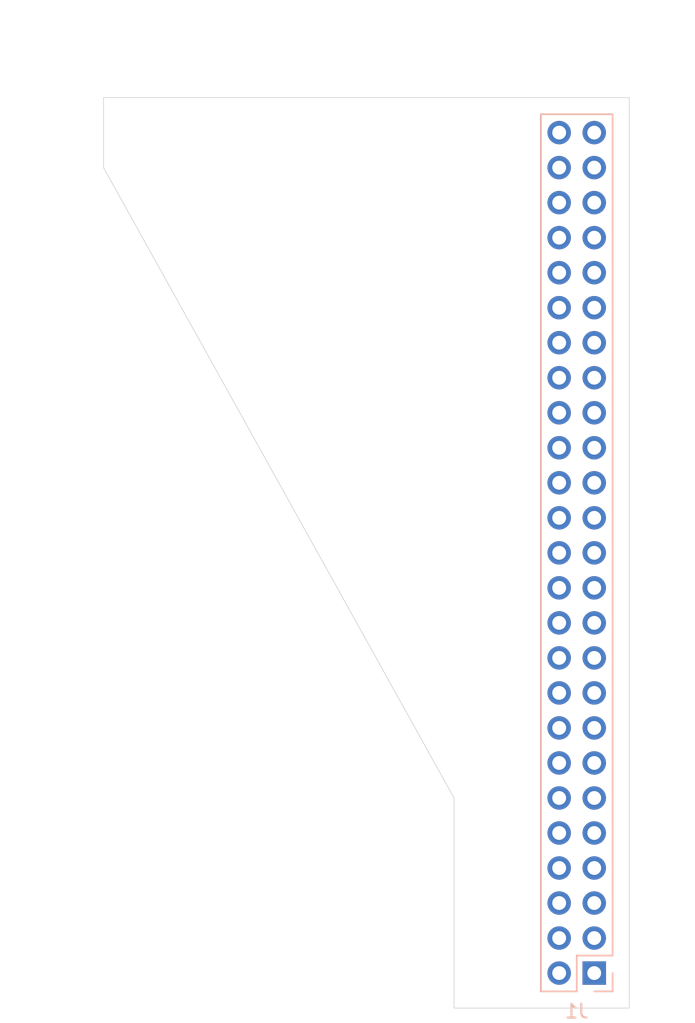
<source format=kicad_pcb>
(kicad_pcb (version 20171130) (host pcbnew "(5.1.8-0-10_14)")

  (general
    (thickness 1.6)
    (drawings 9)
    (tracks 0)
    (zones 0)
    (modules 1)
    (nets 27)
  )

  (page A4)
  (layers
    (0 F.Cu signal)
    (31 B.Cu signal)
    (32 B.Adhes user)
    (33 F.Adhes user)
    (34 B.Paste user)
    (35 F.Paste user)
    (36 B.SilkS user)
    (37 F.SilkS user)
    (38 B.Mask user)
    (39 F.Mask user)
    (40 Dwgs.User user)
    (41 Cmts.User user)
    (42 Eco1.User user)
    (43 Eco2.User user)
    (44 Edge.Cuts user)
    (45 Margin user)
    (46 B.CrtYd user)
    (47 F.CrtYd user)
    (48 B.Fab user)
    (49 F.Fab user)
  )

  (setup
    (last_trace_width 0.25)
    (trace_clearance 0.2)
    (zone_clearance 0.508)
    (zone_45_only no)
    (trace_min 0.2)
    (via_size 0.8)
    (via_drill 0.4)
    (via_min_size 0.4)
    (via_min_drill 0.3)
    (uvia_size 0.3)
    (uvia_drill 0.1)
    (uvias_allowed no)
    (uvia_min_size 0.2)
    (uvia_min_drill 0.1)
    (edge_width 0.05)
    (segment_width 0.2)
    (pcb_text_width 0.3)
    (pcb_text_size 1.5 1.5)
    (mod_edge_width 0.12)
    (mod_text_size 1 1)
    (mod_text_width 0.15)
    (pad_size 1.524 1.524)
    (pad_drill 0.762)
    (pad_to_mask_clearance 0)
    (aux_axis_origin 0 0)
    (visible_elements FFFFFF7F)
    (pcbplotparams
      (layerselection 0x010fc_ffffffff)
      (usegerberextensions false)
      (usegerberattributes true)
      (usegerberadvancedattributes true)
      (creategerberjobfile true)
      (excludeedgelayer true)
      (linewidth 0.100000)
      (plotframeref false)
      (viasonmask false)
      (mode 1)
      (useauxorigin false)
      (hpglpennumber 1)
      (hpglpenspeed 20)
      (hpglpendiameter 15.000000)
      (psnegative false)
      (psa4output false)
      (plotreference true)
      (plotvalue true)
      (plotinvisibletext false)
      (padsonsilk false)
      (subtractmaskfromsilk false)
      (outputformat 1)
      (mirror false)
      (drillshape 1)
      (scaleselection 1)
      (outputdirectory ""))
  )

  (net 0 "")
  (net 1 /I_O)
  (net 2 GND)
  (net 3 /REQ)
  (net 4 /C_D)
  (net 5 /SEL)
  (net 6 /MSG)
  (net 7 /RST)
  (net 8 "Net-(J1-Pad38)")
  (net 9 /BSY)
  (net 10 "Net-(J1-Pad34)")
  (net 11 /ATN)
  (net 12 "Net-(J1-Pad30)")
  (net 13 "Net-(J1-Pad28)")
  (net 14 /TERMPWR)
  (net 15 "Net-(J1-Pad24)")
  (net 16 "Net-(J1-Pad22)")
  (net 17 "Net-(J1-Pad20)")
  (net 18 /DBP)
  (net 19 /DB7)
  (net 20 /DB6)
  (net 21 /DB5)
  (net 22 /DB4)
  (net 23 /DB3)
  (net 24 /DB2)
  (net 25 /DB1)
  (net 26 /DB0)

  (net_class Default "This is the default net class."
    (clearance 0.2)
    (trace_width 0.25)
    (via_dia 0.8)
    (via_drill 0.4)
    (uvia_dia 0.3)
    (uvia_drill 0.1)
    (add_net /ATN)
    (add_net /BSY)
    (add_net /C_D)
    (add_net /DB0)
    (add_net /DB1)
    (add_net /DB2)
    (add_net /DB3)
    (add_net /DB4)
    (add_net /DB5)
    (add_net /DB6)
    (add_net /DB7)
    (add_net /DBP)
    (add_net /I_O)
    (add_net /MSG)
    (add_net /REQ)
    (add_net /RST)
    (add_net /SEL)
    (add_net /TERMPWR)
    (add_net GND)
    (add_net "Net-(J1-Pad20)")
    (add_net "Net-(J1-Pad22)")
    (add_net "Net-(J1-Pad24)")
    (add_net "Net-(J1-Pad28)")
    (add_net "Net-(J1-Pad30)")
    (add_net "Net-(J1-Pad34)")
    (add_net "Net-(J1-Pad38)")
  )

  (module Connector_PinSocket_2.54mm:PinSocket_2x25_P2.54mm_Vertical (layer B.Cu) (tedit 5A19A421) (tstamp 609D94CC)
    (at 124.46 124.46)
    (descr "Through hole straight socket strip, 2x25, 2.54mm pitch, double cols (from Kicad 4.0.7), script generated")
    (tags "Through hole socket strip THT 2x25 2.54mm double row")
    (path /609D92C9)
    (fp_text reference J1 (at -1.27 2.77) (layer B.SilkS)
      (effects (font (size 1 1) (thickness 0.15)) (justify mirror))
    )
    (fp_text value Conn_02x25_Odd_Even (at -1.27 -63.73) (layer B.Fab)
      (effects (font (size 1 1) (thickness 0.15)) (justify mirror))
    )
    (fp_text user %R (at -1.27 -30.48 -90) (layer B.Fab)
      (effects (font (size 1 1) (thickness 0.15)) (justify mirror))
    )
    (fp_line (start -3.81 1.27) (end 0.27 1.27) (layer B.Fab) (width 0.1))
    (fp_line (start 0.27 1.27) (end 1.27 0.27) (layer B.Fab) (width 0.1))
    (fp_line (start 1.27 0.27) (end 1.27 -62.23) (layer B.Fab) (width 0.1))
    (fp_line (start 1.27 -62.23) (end -3.81 -62.23) (layer B.Fab) (width 0.1))
    (fp_line (start -3.81 -62.23) (end -3.81 1.27) (layer B.Fab) (width 0.1))
    (fp_line (start -3.87 1.33) (end -1.27 1.33) (layer B.SilkS) (width 0.12))
    (fp_line (start -3.87 1.33) (end -3.87 -62.29) (layer B.SilkS) (width 0.12))
    (fp_line (start -3.87 -62.29) (end 1.33 -62.29) (layer B.SilkS) (width 0.12))
    (fp_line (start 1.33 -1.27) (end 1.33 -62.29) (layer B.SilkS) (width 0.12))
    (fp_line (start -1.27 -1.27) (end 1.33 -1.27) (layer B.SilkS) (width 0.12))
    (fp_line (start -1.27 1.33) (end -1.27 -1.27) (layer B.SilkS) (width 0.12))
    (fp_line (start 1.33 1.33) (end 1.33 0) (layer B.SilkS) (width 0.12))
    (fp_line (start 0 1.33) (end 1.33 1.33) (layer B.SilkS) (width 0.12))
    (fp_line (start -4.34 1.8) (end 1.76 1.8) (layer B.CrtYd) (width 0.05))
    (fp_line (start 1.76 1.8) (end 1.76 -62.7) (layer B.CrtYd) (width 0.05))
    (fp_line (start 1.76 -62.7) (end -4.34 -62.7) (layer B.CrtYd) (width 0.05))
    (fp_line (start -4.34 -62.7) (end -4.34 1.8) (layer B.CrtYd) (width 0.05))
    (pad 50 thru_hole oval (at -2.54 -60.96) (size 1.7 1.7) (drill 1) (layers *.Cu *.Mask)
      (net 1 /I_O))
    (pad 49 thru_hole oval (at 0 -60.96) (size 1.7 1.7) (drill 1) (layers *.Cu *.Mask)
      (net 2 GND))
    (pad 48 thru_hole oval (at -2.54 -58.42) (size 1.7 1.7) (drill 1) (layers *.Cu *.Mask)
      (net 3 /REQ))
    (pad 47 thru_hole oval (at 0 -58.42) (size 1.7 1.7) (drill 1) (layers *.Cu *.Mask)
      (net 2 GND))
    (pad 46 thru_hole oval (at -2.54 -55.88) (size 1.7 1.7) (drill 1) (layers *.Cu *.Mask)
      (net 4 /C_D))
    (pad 45 thru_hole oval (at 0 -55.88) (size 1.7 1.7) (drill 1) (layers *.Cu *.Mask)
      (net 2 GND))
    (pad 44 thru_hole oval (at -2.54 -53.34) (size 1.7 1.7) (drill 1) (layers *.Cu *.Mask)
      (net 5 /SEL))
    (pad 43 thru_hole oval (at 0 -53.34) (size 1.7 1.7) (drill 1) (layers *.Cu *.Mask)
      (net 2 GND))
    (pad 42 thru_hole oval (at -2.54 -50.8) (size 1.7 1.7) (drill 1) (layers *.Cu *.Mask)
      (net 6 /MSG))
    (pad 41 thru_hole oval (at 0 -50.8) (size 1.7 1.7) (drill 1) (layers *.Cu *.Mask)
      (net 2 GND))
    (pad 40 thru_hole oval (at -2.54 -48.26) (size 1.7 1.7) (drill 1) (layers *.Cu *.Mask)
      (net 7 /RST))
    (pad 39 thru_hole oval (at 0 -48.26) (size 1.7 1.7) (drill 1) (layers *.Cu *.Mask)
      (net 2 GND))
    (pad 38 thru_hole oval (at -2.54 -45.72) (size 1.7 1.7) (drill 1) (layers *.Cu *.Mask)
      (net 8 "Net-(J1-Pad38)"))
    (pad 37 thru_hole oval (at 0 -45.72) (size 1.7 1.7) (drill 1) (layers *.Cu *.Mask)
      (net 2 GND))
    (pad 36 thru_hole oval (at -2.54 -43.18) (size 1.7 1.7) (drill 1) (layers *.Cu *.Mask)
      (net 9 /BSY))
    (pad 35 thru_hole oval (at 0 -43.18) (size 1.7 1.7) (drill 1) (layers *.Cu *.Mask)
      (net 2 GND))
    (pad 34 thru_hole oval (at -2.54 -40.64) (size 1.7 1.7) (drill 1) (layers *.Cu *.Mask)
      (net 10 "Net-(J1-Pad34)"))
    (pad 33 thru_hole oval (at 0 -40.64) (size 1.7 1.7) (drill 1) (layers *.Cu *.Mask)
      (net 2 GND))
    (pad 32 thru_hole oval (at -2.54 -38.1) (size 1.7 1.7) (drill 1) (layers *.Cu *.Mask)
      (net 11 /ATN))
    (pad 31 thru_hole oval (at 0 -38.1) (size 1.7 1.7) (drill 1) (layers *.Cu *.Mask)
      (net 2 GND))
    (pad 30 thru_hole oval (at -2.54 -35.56) (size 1.7 1.7) (drill 1) (layers *.Cu *.Mask)
      (net 12 "Net-(J1-Pad30)"))
    (pad 29 thru_hole oval (at 0 -35.56) (size 1.7 1.7) (drill 1) (layers *.Cu *.Mask)
      (net 2 GND))
    (pad 28 thru_hole oval (at -2.54 -33.02) (size 1.7 1.7) (drill 1) (layers *.Cu *.Mask)
      (net 13 "Net-(J1-Pad28)"))
    (pad 27 thru_hole oval (at 0 -33.02) (size 1.7 1.7) (drill 1) (layers *.Cu *.Mask)
      (net 2 GND))
    (pad 26 thru_hole oval (at -2.54 -30.48) (size 1.7 1.7) (drill 1) (layers *.Cu *.Mask)
      (net 14 /TERMPWR))
    (pad 25 thru_hole oval (at 0 -30.48) (size 1.7 1.7) (drill 1) (layers *.Cu *.Mask)
      (net 2 GND))
    (pad 24 thru_hole oval (at -2.54 -27.94) (size 1.7 1.7) (drill 1) (layers *.Cu *.Mask)
      (net 15 "Net-(J1-Pad24)"))
    (pad 23 thru_hole oval (at 0 -27.94) (size 1.7 1.7) (drill 1) (layers *.Cu *.Mask)
      (net 2 GND))
    (pad 22 thru_hole oval (at -2.54 -25.4) (size 1.7 1.7) (drill 1) (layers *.Cu *.Mask)
      (net 16 "Net-(J1-Pad22)"))
    (pad 21 thru_hole oval (at 0 -25.4) (size 1.7 1.7) (drill 1) (layers *.Cu *.Mask)
      (net 2 GND))
    (pad 20 thru_hole oval (at -2.54 -22.86) (size 1.7 1.7) (drill 1) (layers *.Cu *.Mask)
      (net 17 "Net-(J1-Pad20)"))
    (pad 19 thru_hole oval (at 0 -22.86) (size 1.7 1.7) (drill 1) (layers *.Cu *.Mask)
      (net 2 GND))
    (pad 18 thru_hole oval (at -2.54 -20.32) (size 1.7 1.7) (drill 1) (layers *.Cu *.Mask)
      (net 18 /DBP))
    (pad 17 thru_hole oval (at 0 -20.32) (size 1.7 1.7) (drill 1) (layers *.Cu *.Mask)
      (net 2 GND))
    (pad 16 thru_hole oval (at -2.54 -17.78) (size 1.7 1.7) (drill 1) (layers *.Cu *.Mask)
      (net 19 /DB7))
    (pad 15 thru_hole oval (at 0 -17.78) (size 1.7 1.7) (drill 1) (layers *.Cu *.Mask)
      (net 2 GND))
    (pad 14 thru_hole oval (at -2.54 -15.24) (size 1.7 1.7) (drill 1) (layers *.Cu *.Mask)
      (net 20 /DB6))
    (pad 13 thru_hole oval (at 0 -15.24) (size 1.7 1.7) (drill 1) (layers *.Cu *.Mask)
      (net 2 GND))
    (pad 12 thru_hole oval (at -2.54 -12.7) (size 1.7 1.7) (drill 1) (layers *.Cu *.Mask)
      (net 21 /DB5))
    (pad 11 thru_hole oval (at 0 -12.7) (size 1.7 1.7) (drill 1) (layers *.Cu *.Mask)
      (net 2 GND))
    (pad 10 thru_hole oval (at -2.54 -10.16) (size 1.7 1.7) (drill 1) (layers *.Cu *.Mask)
      (net 22 /DB4))
    (pad 9 thru_hole oval (at 0 -10.16) (size 1.7 1.7) (drill 1) (layers *.Cu *.Mask)
      (net 2 GND))
    (pad 8 thru_hole oval (at -2.54 -7.62) (size 1.7 1.7) (drill 1) (layers *.Cu *.Mask)
      (net 23 /DB3))
    (pad 7 thru_hole oval (at 0 -7.62) (size 1.7 1.7) (drill 1) (layers *.Cu *.Mask)
      (net 2 GND))
    (pad 6 thru_hole oval (at -2.54 -5.08) (size 1.7 1.7) (drill 1) (layers *.Cu *.Mask)
      (net 24 /DB2))
    (pad 5 thru_hole oval (at 0 -5.08) (size 1.7 1.7) (drill 1) (layers *.Cu *.Mask)
      (net 2 GND))
    (pad 4 thru_hole oval (at -2.54 -2.54) (size 1.7 1.7) (drill 1) (layers *.Cu *.Mask)
      (net 25 /DB1))
    (pad 3 thru_hole oval (at 0 -2.54) (size 1.7 1.7) (drill 1) (layers *.Cu *.Mask)
      (net 2 GND))
    (pad 2 thru_hole oval (at -2.54 0) (size 1.7 1.7) (drill 1) (layers *.Cu *.Mask)
      (net 26 /DB0))
    (pad 1 thru_hole rect (at 0 0) (size 1.7 1.7) (drill 1) (layers *.Cu *.Mask)
      (net 2 GND))
    (model ${KISYS3DMOD}/Connector_PinSocket_2.54mm.3dshapes/PinSocket_2x25_P2.54mm_Vertical.wrl
      (at (xyz 0 0 0))
      (scale (xyz 1 1 1))
      (rotate (xyz 0 0 0))
    )
  )

  (gr_line (start 127 127) (end 127 60.96) (layer Edge.Cuts) (width 0.05) (tstamp 609D9A47))
  (gr_line (start 114.3 127) (end 127 127) (layer Edge.Cuts) (width 0.05))
  (gr_line (start 88.9 66.04) (end 88.9 60.96) (layer Edge.Cuts) (width 0.05) (tstamp 609D9A45))
  (gr_line (start 114.3 111.76) (end 88.9 66.04) (layer Edge.Cuts) (width 0.05))
  (gr_line (start 114.3 127) (end 114.3 111.76) (layer Edge.Cuts) (width 0.05))
  (dimension 15.24 (width 0.15) (layer Dwgs.User)
    (gr_text "15.240 mm" (at 107.92 119.38 270) (layer Dwgs.User)
      (effects (font (size 1 1) (thickness 0.15)))
    )
    (feature1 (pts (xy 111.76 127) (xy 108.633579 127)))
    (feature2 (pts (xy 111.76 111.76) (xy 108.633579 111.76)))
    (crossbar (pts (xy 109.22 111.76) (xy 109.22 127)))
    (arrow1a (pts (xy 109.22 127) (xy 108.633579 125.873496)))
    (arrow1b (pts (xy 109.22 127) (xy 109.806421 125.873496)))
    (arrow2a (pts (xy 109.22 111.76) (xy 108.633579 112.886504)))
    (arrow2b (pts (xy 109.22 111.76) (xy 109.806421 112.886504)))
  )
  (dimension 60.96 (width 0.15) (layer Dwgs.User)
    (gr_text "60.960 mm" (at 85.06 96.52 90) (layer Dwgs.User)
      (effects (font (size 1 1) (thickness 0.15)))
    )
    (feature1 (pts (xy 88.9 66.04) (xy 85.773579 66.04)))
    (feature2 (pts (xy 88.9 127) (xy 85.773579 127)))
    (crossbar (pts (xy 86.36 127) (xy 86.36 66.04)))
    (arrow1a (pts (xy 86.36 66.04) (xy 86.946421 67.166504)))
    (arrow1b (pts (xy 86.36 66.04) (xy 85.773579 67.166504)))
    (arrow2a (pts (xy 86.36 127) (xy 86.946421 125.873496)))
    (arrow2b (pts (xy 86.36 127) (xy 85.773579 125.873496)))
  )
  (dimension 38.1 (width 0.15) (layer Dwgs.User)
    (gr_text "38.100 mm" (at 107.95 54.58) (layer Dwgs.User)
      (effects (font (size 1 1) (thickness 0.15)))
    )
    (feature1 (pts (xy 88.9 58.42) (xy 88.9 55.293579)))
    (feature2 (pts (xy 127 58.42) (xy 127 55.293579)))
    (crossbar (pts (xy 127 55.88) (xy 88.9 55.88)))
    (arrow1a (pts (xy 88.9 55.88) (xy 90.026504 55.293579)))
    (arrow1b (pts (xy 88.9 55.88) (xy 90.026504 56.466421)))
    (arrow2a (pts (xy 127 55.88) (xy 125.873496 55.293579)))
    (arrow2b (pts (xy 127 55.88) (xy 125.873496 56.466421)))
  )
  (gr_line (start 127 60.96) (end 88.9 60.96) (layer Edge.Cuts) (width 0.05))

)

</source>
